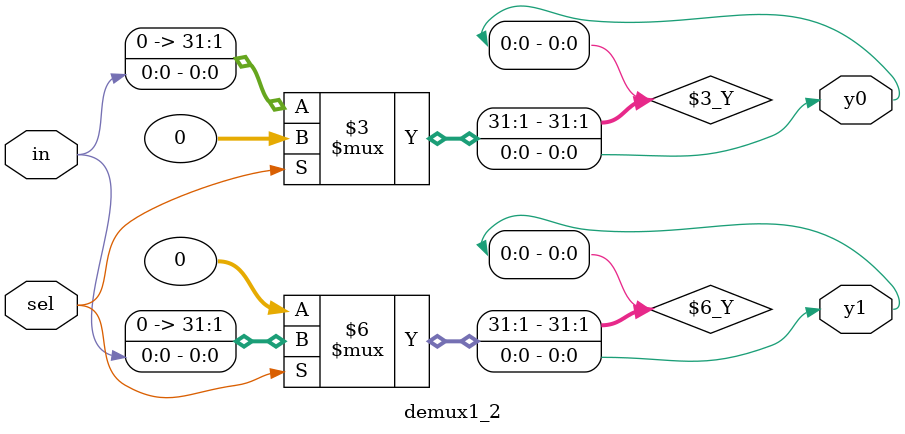
<source format=v>
`timescale 1ns / 1ps


module demux1_2(input in,input sel,output y0,y1);
assign y0=(sel==0)?in:0;
assign y1=(sel==1)?in:0;
endmodule

</source>
